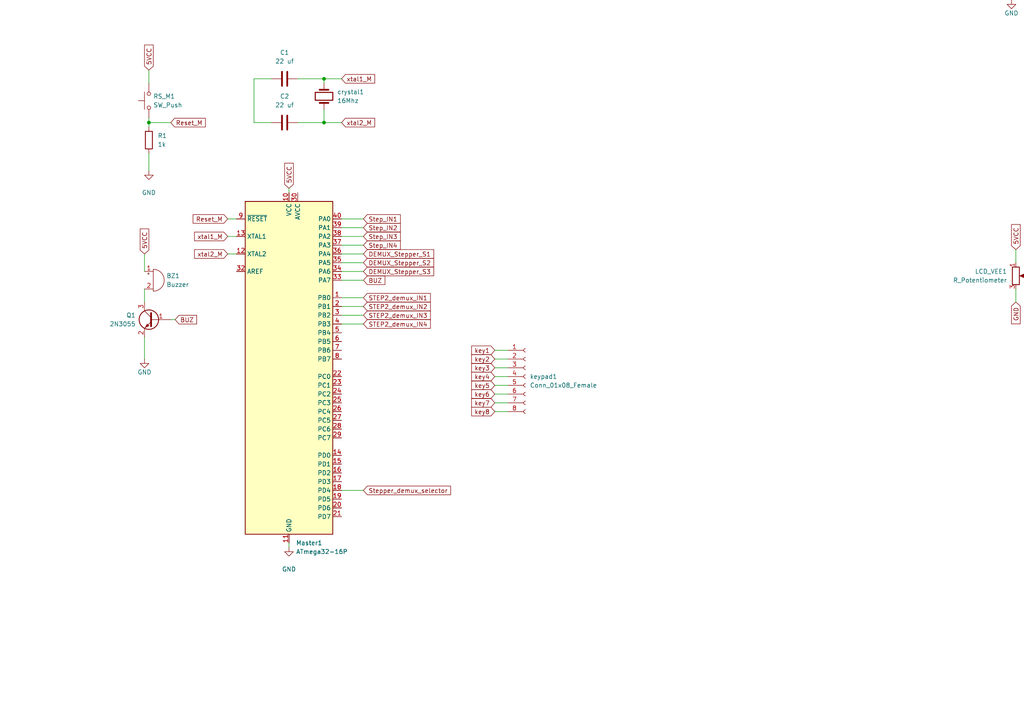
<source format=kicad_sch>
(kicad_sch (version 20211123) (generator eeschema)
  (paper "A4")
  (junction (at -119.38 54.61))
  (junction (at -33.02 196.85))
  (junction (at 420.37 162.56))
  (junction (at -124.46 143.51))
  (junction (at 327.66 157.48))
  (junction (at -114.3 54.61))
  (junction (at 93.98 35.56))
  (junction (at 327.66 149.86))
  (junction (at -33.02 97.79))
  (junction (at -127 143.51))
  (junction (at -116.84 54.61))
  (junction (at 332.74 44.45))
  (junction (at 43.18 35.56))
  (junction (at -121.92 143.51))
  (junction (at 330.2 101.6))
  (junction (at 425.45 162.56))
  (junction (at -33.02 44.45))
  (junction (at 325.12 214.63))
  (junction (at 93.98 22.86))
  (junction (at 422.91 162.56))
  (junction (at -33.02 147.32))
  (wire (pts (xy -44.45 26.67) (xy -43.18 26.67)))
  (wire (pts (xy 78.74 22.86) (xy 73.66 22.86)))
  (wire (pts (xy -44.45 24.13) (xy -43.18 24.13)))
  (wire (pts (xy -33.02 115.57) (xy -33.02 116.84)))
  (wire (pts (xy 363.22 24.13) (xy 360.68 24.13)))
  (wire (pts (xy 66.04 68.58) (xy 68.58 68.58)))
  (wire (pts (xy 327.66 157.48) (xy 340.36 157.48)))
  (wire (pts (xy 105.41 86.36) (xy 99.06 86.36)))
  (wire (pts (xy 294.64 83.82) (xy 294.64 87.63)))
  (wire (pts (xy 73.66 22.86) (xy 73.66 35.56)))
  (wire (pts (xy 485.14 135.89) (xy 487.68 135.89)))
  (wire (pts (xy 342.9 177.8) (xy 342.9 179.07)))
  (wire (pts (xy -22.86 77.47) (xy -25.4 77.47)))
  (wire (pts (xy -109.22 124.46) (xy -111.76 124.46)))
  (wire (pts (xy -127 143.51) (xy -124.46 143.51)))
  (wire (pts (xy 105.41 66.04) (xy 99.06 66.04)))
  (wire (pts (xy -22.86 72.39) (xy -25.4 72.39)))
  (wire (pts (xy 43.18 44.45) (xy 43.18 49.53)))
  (wire (pts (xy -44.45 82.55) (xy -43.18 82.55)))
  (wire (pts (xy 427.99 162.56) (xy 425.45 162.56)))
  (wire (pts (xy 322.58 129.54) (xy 330.2 129.54)))
  (wire (pts (xy -44.45 36.83) (xy -43.18 36.83)))
  (wire (pts (xy 436.88 138.43) (xy 435.61 138.43)))
  (wire (pts (xy 427.99 158.75) (xy 427.99 162.56)))
  (wire (pts (xy -44.45 179.07) (xy -43.18 179.07)))
  (wire (pts (xy 294.64 72.39) (xy 294.64 76.2)))
  (wire (pts (xy -44.45 129.54) (xy -43.18 129.54)))
  (wire (pts (xy 105.41 76.2) (xy 99.06 76.2)))
  (wire (pts (xy 436.88 143.51) (xy 435.61 143.51)))
  (wire (pts (xy -44.45 186.69) (xy -43.18 186.69)))
  (wire (pts (xy 43.18 35.56) (xy 49.53 35.56)))
  (wire (pts (xy 347.98 46.99) (xy 347.98 44.45)))
  (wire (pts (xy 43.18 20.32) (xy 43.18 24.13)))
  (wire (pts (xy -35.56 41.91) (xy -35.56 44.45)))
  (wire (pts (xy -33.02 99.06) (xy -33.02 97.79)))
  (wire (pts (xy 332.74 13.97) (xy 335.28 13.97)))
  (wire (pts (xy -33.02 147.32) (xy -33.02 144.78)))
  (wire (pts (xy -35.56 144.78) (xy -35.56 147.32)))
  (wire (pts (xy -119.38 143.51) (xy -121.92 143.51)))
  (wire (pts (xy -35.56 147.32) (xy -33.02 147.32)))
  (wire (pts (xy 50.8 92.71) (xy 49.53 92.71)))
  (wire (pts (xy -44.45 181.61) (xy -43.18 181.61)))
  (wire (pts (xy 292.1 -21.59) (xy 298.45 -21.59)))
  (wire (pts (xy -44.45 134.62) (xy -43.18 134.62)))
  (wire (pts (xy -121.92 54.61) (xy -119.38 54.61)))
  (wire (pts (xy 358.14 134.62) (xy 355.6 134.62)))
  (wire (pts (xy 420.37 162.56) (xy 422.91 162.56)))
  (wire (pts (xy 340.36 217.17) (xy 340.36 214.63)))
  (wire (pts (xy -33.02 44.45) (xy -33.02 41.91)))
  (wire (pts (xy -33.02 148.59) (xy -33.02 147.32)))
  (wire (pts (xy -165.1 41.91) (xy -160.02 41.91)))
  (wire (pts (xy -130.81 30.48) (xy -129.54 30.48)))
  (wire (pts (xy -44.45 74.93) (xy -43.18 74.93)))
  (wire (pts (xy -121.92 91.44) (xy -121.92 93.98)))
  (wire (pts (xy 420.37 158.75) (xy 420.37 162.56)))
  (wire (pts (xy 41.91 97.79) (xy 41.91 104.14)))
  (wire (pts (xy 143.51 101.6) (xy 147.32 101.6)))
  (wire (pts (xy 327.66 127) (xy 330.2 127)))
  (wire (pts (xy 487.68 148.59) (xy 483.87 148.59)))
  (wire (pts (xy -129.54 143.51) (xy -127 143.51)))
  (wire (pts (xy -33.02 198.12) (xy -33.02 196.85)))
  (wire (pts (xy 143.51 109.22) (xy 147.32 109.22)))
  (wire (pts (xy -111.76 54.61) (xy -114.3 54.61)))
  (wire (pts (xy 327.66 207.01) (xy 325.12 207.01)))
  (wire (pts (xy 425.45 158.75) (xy 425.45 162.56)))
  (wire (pts (xy 345.44 120.65) (xy 345.44 121.92)))
  (wire (pts (xy 294.64 -19.05) (xy 294.64 -17.78)))
  (wire (pts (xy -104.14 25.4) (xy -99.06 25.4)))
  (wire (pts (xy 410.21 148.59) (xy 402.59 148.59)))
  (wire (pts (xy -35.56 97.79) (xy -33.02 97.79)))
  (wire (pts (xy -165.1 39.37) (xy -161.29 39.37)))
  (wire (pts (xy 485.14 128.27) (xy 487.68 128.27)))
  (wire (pts (xy 327.66 134.62) (xy 330.2 134.62)))
  (wire (pts (xy 325.12 184.15) (xy 327.66 184.15)))
  (wire (pts (xy 332.74 44.45) (xy 345.44 44.45)))
  (wire (pts (xy -168.91 132.08) (xy -168.91 133.35)))
  (wire (pts (xy 93.98 35.56) (xy 99.06 35.56)))
  (wire (pts (xy -22.86 147.32) (xy -22.86 137.16)))
  (wire (pts (xy 43.18 34.29) (xy 43.18 35.56)))
  (wire (pts (xy 330.2 101.6) (xy 342.9 101.6)))
  (wire (pts (xy 355.6 194.31) (xy 353.06 194.31)))
  (wire (pts (xy -44.45 189.23) (xy -43.18 189.23)))
  (wire (pts (xy 83.82 158.75) (xy 83.82 157.48)))
  (wire (pts (xy -22.86 129.54) (xy -25.4 129.54)))
  (wire (pts (xy -22.86 196.85) (xy -22.86 186.69)))
  (wire (pts (xy 93.98 35.56) (xy 86.36 35.56)))
  (wire (pts (xy -44.45 139.7) (xy -43.18 139.7)))
  (wire (pts (xy -44.45 19.05) (xy -43.18 19.05)))
  (wire (pts (xy 436.88 123.19) (xy 435.61 123.19)))
  (wire (pts (xy 360.68 21.59) (xy 363.22 21.59)))
  (wire (pts (xy 358.14 137.16) (xy 355.6 137.16)))
  (wire (pts (xy 93.98 22.86) (xy 99.06 22.86)))
  (wire (pts (xy 105.41 63.5) (xy 99.06 63.5)))
  (wire (pts (xy 408.94 128.27) (xy 410.21 128.27)))
  (wire (pts (xy 487.68 151.13) (xy 482.6 151.13)))
  (wire (pts (xy -22.86 44.45) (xy -22.86 34.29)))
  (wire (pts (xy 143.51 104.14) (xy 147.32 104.14)))
  (wire (pts (xy -44.45 124.46) (xy -43.18 124.46)))
  (wire (pts (xy 66.04 63.5) (xy 68.58 63.5)))
  (wire (pts (xy -35.56 194.31) (xy -35.56 196.85)))
  (wire (pts (xy -44.45 184.15) (xy -43.18 184.15)))
  (wire (pts (xy 105.41 91.44) (xy 99.06 91.44)))
  (wire (pts (xy 347.98 64.77) (xy 347.98 66.04)))
  (wire (pts (xy -33.02 147.32) (xy -22.86 147.32)))
  (wire (pts (xy 350.52 7.62) (xy 350.52 8.89)))
  (wire (pts (xy -44.45 137.16) (xy -43.18 137.16)))
  (wire (pts (xy 93.98 22.86) (xy 93.98 24.13)))
  (wire (pts (xy -22.86 176.53) (xy -25.4 176.53)))
  (wire (pts (xy 105.41 142.24) (xy 99.06 142.24)))
  (wire (pts (xy -44.45 127) (xy -43.18 127)))
  (wire (pts (xy 485.14 133.35) (xy 487.68 133.35)))
  (wire (pts (xy -44.45 87.63) (xy -43.18 87.63)))
  (wire (pts (xy 408.94 143.51) (xy 410.21 143.51)))
  (wire (pts (xy 342.9 160.02) (xy 342.9 157.48)))
  (wire (pts (xy -130.81 15.24) (xy -129.54 15.24)))
  (wire (pts (xy 327.66 147.32) (xy 327.66 149.86)))
  (wire (pts (xy -44.45 176.53) (xy -43.18 176.53)))
  (wire (pts (xy 86.36 22.86) (xy 93.98 22.86)))
  (wire (pts (xy -119.38 50.8) (xy -119.38 54.61)))
  (wire (pts (xy -114.3 54.61) (xy -116.84 54.61)))
  (wire (pts (xy 436.88 128.27) (xy 435.61 128.27)))
  (wire (pts (xy 325.12 214.63) (xy 337.82 214.63)))
  (wire (pts (xy 327.66 149.86) (xy 327.66 157.48)))
  (wire (pts (xy 345.44 104.14) (xy 345.44 101.6)))
  (wire (pts (xy 355.6 191.77) (xy 353.06 191.77)))
  (wire (pts (xy -33.02 196.85) (xy -22.86 196.85)))
  (wire (pts (xy -101.6 15.24) (xy -104.14 15.24)))
  (wire (pts (xy -33.02 66.04) (xy -33.02 67.31)))
  (wire (pts (xy 325.12 207.01) (xy 325.12 214.63)))
  (wire (pts (xy -111.76 129.54) (xy -107.95 129.54)))
  (wire (pts (xy 293.37 -1.27) (xy 293.37 0)))
  (wire (pts (xy -44.45 77.47) (xy -43.18 77.47)))
  (wire (pts (xy -22.86 137.16) (xy -25.4 137.16)))
  (wire (pts (xy -22.86 171.45) (xy -25.4 171.45)))
  (wire (pts (xy -44.45 72.39) (xy -43.18 72.39)))
  (wire (pts (xy -22.86 179.07) (xy -25.4 179.07)))
  (wire (pts (xy -22.86 181.61) (xy -25.4 181.61)))
  (wire (pts (xy -33.02 97.79) (xy -33.02 95.25)))
  (wire (pts (xy -33.02 12.7) (xy -33.02 13.97)))
  (wire (pts (xy -127 92.71) (xy -127 93.98)))
  (wire (pts (xy 332.74 21.59) (xy 335.28 21.59)))
  (wire (pts (xy -139.7 109.22) (xy -137.16 109.22)))
  (wire (pts (xy -111.76 114.3) (xy -106.68 114.3)))
  (wire (pts (xy 485.14 130.81) (xy 487.68 130.81)))
  (wire (pts (xy -111.76 50.8) (xy -111.76 54.61)))
  (wire (pts (xy 143.51 111.76) (xy 147.32 111.76)))
  (wire (pts (xy -114.3 2.54) (xy -114.3 5.08)))
  (wire (pts (xy 93.98 31.75) (xy 93.98 35.56)))
  (wire (pts (xy 335.28 36.83) (xy 332.74 36.83)))
  (wire (pts (xy 410.21 133.35) (xy 402.59 133.35)))
  (wire (pts (xy -160.02 41.91) (xy -160.02 43.18)))
  (wire (pts (xy 105.41 68.58) (xy 99.06 68.58)))
  (wire (pts (xy -33.02 45.72) (xy -33.02 44.45)))
  (wire (pts (xy 73.66 35.56) (xy 78.74 35.56)))
  (wire (pts (xy 143.51 114.3) (xy 147.32 114.3)))
  (wire (pts (xy -109.22 119.38) (xy -111.76 119.38)))
  (wire (pts (xy -139.7 104.14) (xy -137.16 104.14)))
  (wire (pts (xy 417.83 158.75) (xy 417.83 162.56)))
  (wire (pts (xy 298.45 -19.05) (xy 294.64 -19.05)))
  (wire (pts (xy 330.2 93.98) (xy 330.2 101.6)))
  (wire (pts (xy 408.94 123.19) (xy 410.21 123.19)))
  (wire (pts (xy -22.86 97.79) (xy -22.86 87.63)))
  (wire (pts (xy 66.04 73.66) (xy 68.58 73.66)))
  (wire (pts (xy -119.38 54.61) (xy -116.84 54.61)))
  (wire (pts (xy -129.54 139.7) (xy -129.54 143.51)))
  (wire (pts (xy -109.22 104.14) (xy -111.76 104.14)))
  (wire (pts (xy 105.41 78.74) (xy 99.06 78.74)))
  (wire (pts (xy -121.92 139.7) (xy -121.92 143.51)))
  (wire (pts (xy 330.2 71.12) (xy 332.74 71.12)))
  (wire (pts (xy 293.37 -3.81) (xy 297.18 -3.81)))
  (wire (pts (xy -130.81 20.32) (xy -129.54 20.32)))
  (wire (pts (xy 43.18 35.56) (xy 43.18 36.83)))
  (wire (pts (xy 327.66 16.51) (xy 335.28 16.51)))
  (wire (pts (xy 425.45 111.76) (xy 425.45 113.03)))
  (wire (pts (xy -139.7 124.46) (xy -137.16 124.46)))
  (wire (pts (xy -101.6 35.56) (xy -104.14 35.56)))
  (wire (pts (xy -35.56 196.85) (xy -33.02 196.85)))
  (wire (pts (xy -121.92 50.8) (xy -121.92 54.61)))
  (wire (pts (xy 105.41 73.66) (xy 99.06 73.66)))
  (wire (pts (xy -22.86 19.05) (xy -25.4 19.05)))
  (wire (pts (xy -22.86 82.55) (xy -25.4 82.55)))
  (wire (pts (xy -33.02 196.85) (xy -33.02 194.31)))
  (wire (pts (xy -22.86 24.13) (xy -25.4 24.13)))
  (wire (pts (xy -44.45 80.01) (xy -43.18 80.01)))
  (wire (pts (xy -109.22 109.22) (xy -111.76 109.22)))
  (wire (pts (xy -22.86 29.21) (xy -25.4 29.21)))
  (wire (pts (xy -21.59 121.92) (xy -25.4 121.92)))
  (wire (pts (xy -33.02 97.79) (xy -22.86 97.79)))
  (wire (pts (xy 330.2 147.32) (xy 327.66 147.32)))
  (wire (pts (xy 105.41 88.9) (xy 99.06 88.9)))
  (wire (pts (xy -22.86 80.01) (xy -25.4 80.01)))
  (wire (pts (xy 143.51 119.38) (xy 147.32 119.38)))
  (wire (pts (xy 143.51 116.84) (xy 147.32 116.84)))
  (wire (pts (xy -22.86 186.69) (xy -25.4 186.69)))
  (wire (pts (xy 105.41 81.28) (xy 99.06 81.28)))
  (wire (pts (xy -44.45 121.92) (xy -43.18 121.92)))
  (wire (pts (xy -35.56 44.45) (xy -33.02 44.45)))
  (wire (pts (xy 41.91 83.82) (xy 41.91 87.63)))
  (wire (pts (xy -22.86 34.29) (xy -25.4 34.29)))
  (wire (pts (xy -119.38 139.7) (xy -119.38 143.51)))
  (wire (pts (xy -44.45 34.29) (xy -43.18 34.29)))
  (wire (pts (xy -44.45 90.17) (xy -43.18 90.17)))
  (wire (pts (xy -173.99 129.54) (xy -170.18 129.54)))
  (wire (pts (xy 330.2 78.74) (xy 332.74 78.74)))
  (wire (pts (xy 325.12 191.77) (xy 327.66 191.77)))
  (wire (pts (xy 41.91 73.66) (xy 41.91 78.74)))
  (wire (pts (xy -33.02 44.45) (xy -22.86 44.45)))
  (wire (pts (xy 297.18 -1.27) (xy 293.37 -1.27)))
  (wire (pts (xy 417.83 162.56) (xy 420.37 162.56)))
  (wire (pts (xy 360.68 81.28) (xy 358.14 81.28)))
  (wire (pts (xy -44.45 29.21) (xy -43.18 29.21)))
  (wire (pts (xy -22.86 87.63) (xy -25.4 87.63)))
  (wire (pts (xy -173.99 132.08) (xy -168.91 132.08)))
  (wire (pts (xy -114.3 50.8) (xy -114.3 54.61)))
  (wire (pts (xy -22.86 127) (xy -25.4 127)))
  (wire (pts (xy -101.6 30.48) (xy -104.14 30.48)))
  (wire (pts (xy -22.86 132.08) (xy -25.4 132.08)))
  (wire (pts (xy 105.41 93.98) (xy 99.06 93.98)))
  (wire (pts (xy -35.56 95.25) (xy -35.56 97.79)))
  (wire (pts (xy 332.74 36.83) (xy 332.74 44.45)))
  (wire (pts (xy 482.6 151.13) (xy 482.6 152.4)))
  (wire (pts (xy 332.74 93.98) (xy 330.2 93.98)))
  (wire (pts (xy -44.45 31.75) (xy -43.18 31.75)))
  (wire (pts (xy -44.45 21.59) (xy -43.18 21.59)))
  (wire (pts (xy -44.45 171.45) (xy -43.18 171.45)))
  (wire (pts (xy -130.81 35.56) (xy -129.54 35.56)))
  (wire (pts (xy -44.45 85.09) (xy -43.18 85.09)))
  (wire (pts (xy 143.51 106.68) (xy 147.32 106.68)))
  (wire (pts (xy 105.41 71.12) (xy 99.06 71.12)))
  (wire (pts (xy 420.37 110.49) (xy 420.37 113.03)))
  (wire (pts (xy -44.45 132.08) (xy -43.18 132.08)))
  (wire (pts (xy 360.68 78.74) (xy 358.14 78.74)))
  (wire (pts (xy 83.82 54.61) (xy 83.82 55.88)))
  (wire (pts (xy -22.86 26.67) (xy -25.4 26.67)))
  (wire (pts (xy 425.45 162.56) (xy 422.91 162.56)))
  (wire (pts (xy -139.7 119.38) (xy -137.16 119.38)))
  (wire (pts (xy -119.38 3.81) (xy -119.38 5.08)))
  (wire (pts (xy -127 139.7) (xy -127 143.51)))
  (wire (pts (xy 408.94 138.43) (xy 410.21 138.43)))
  (wire (pts (xy -121.92 143.51) (xy -124.46 143.51)))
  (wire (pts (xy 330.2 149.86) (xy 327.66 149.86)))
  (wire (pts (xy 325.12 73.66) (xy 332.74 73.66)))
  (wire (pts (xy -101.6 20.32) (xy -104.14 20.32)))
  (wire (pts (xy -44.45 173.99) (xy -43.18 173.99)))
  (wire (pts (xy -104.14 40.64) (xy -100.33 40.64)))
  (wire (pts (xy -33.02 165.1) (xy -33.02 166.37)))
  (wire (pts (xy 320.04 186.69) (xy 327.66 186.69)))
  (global_label "12VCC" (shape input) (at 483.87 148.59 180) (property "Intersheet References" "${INTERSHEET_REFS}" (effects hide)))
  (global_label "cut_out4" (shape input) (at -173.99 111.76 0) (property "Intersheet References" "${INTERSHEET_REFS}" (effects hide)))
  (global_label "cut_IN1" (shape input) (at -109.22 104.14 0) (property "Intersheet References" "${INTERSHEET_REFS}" (effects hide)))
  (global_label "Stepper_demux_selector" (shape input) (at 105.41 142.24 0) (property "Intersheet References" "${INTERSHEET_REFS}" (effects hide)))
  (global_label "Pri_IN2" (shape input) (at -44.45 124.46 180) (property "Intersheet References" "${INTERSHEET_REFS}" (effects hide)))
  (global_label "Bobbin_IN3" (shape input) (at -44.45 72.39 180) (property "Intersheet References" "${INTERSHEET_REFS}" (effects hide)))
  (global_label "DEMUX_Stepper_S1" (shape input) (at -22.86 127 0) (property "Intersheet References" "${INTERSHEET_REFS}" (effects hide)))
  (global_label "5VCC" (shape input) (at 402.59 148.59 180) (property "Intersheet References" "${INTERSHEET_REFS}" (effects hide)))
  (global_label "5VCC" (shape input) (at -100.33 40.64 0) (property "Intersheet References" "${INTERSHEET_REFS}" (effects hide)))
  (global_label "cutROT_out3" (shape input) (at 436.88 138.43 0) (property "Intersheet References" "${INTERSHEET_REFS}" (effects hide)))
  (global_label "Step_IN4" (shape input) (at 105.41 71.12 0) (property "Intersheet References" "${INTERSHEET_REFS}" (effects hide)))
  (global_label "5VCC" (shape input) (at 402.59 133.35 180) (property "Intersheet References" "${INTERSHEET_REFS}" (effects hide)))
  (global_label "12VCC" (shape input) (at -161.29 39.37 0) (property "Intersheet References" "${INTERSHEET_REFS}" (effects hide)))
  (global_label "Step_IN4" (shape input) (at -22.86 19.05 0) (property "Intersheet References" "${INTERSHEET_REFS}" (effects hide)))
  (global_label "5VCC" (shape input) (at 342.9 160.02 270) (property "Intersheet References" "${INTERSHEET_REFS}" (effects hide)))
  (global_label "BUZ" (shape input) (at 105.41 81.28 0) (property "Intersheet References" "${INTERSHEET_REFS}" (effects hide)))
  (global_label "5VCC" (shape input) (at 420.37 110.49 90) (property "Intersheet References" "${INTERSHEET_REFS}" (effects hide)))
  (global_label "Tape1_IN2" (shape input) (at -44.45 129.54 180) (property "Intersheet References" "${INTERSHEET_REFS}" (effects hide)))
  (global_label "Bobbin_OUT4" (shape input) (at -165.1 27.94 0) (property "Intersheet References" "${INTERSHEET_REFS}" (effects hide)))
  (global_label "TAPR_IN1" (shape input) (at -44.45 184.15 180) (property "Intersheet References" "${INTERSHEET_REFS}" (effects hide)))
  (global_label "STEP2_demux_IN2" (shape input) (at 330.2 78.74 180) (property "Intersheet References" "${INTERSHEET_REFS}" (effects hide)))
  (global_label "Bobbin_IN2" (shape input) (at -101.6 20.32 0) (property "Intersheet References" "${INTERSHEET_REFS}" (effects hide)))
  (global_label "Bobbin_IN1" (shape input) (at -44.45 171.45 180) (property "Intersheet References" "${INTERSHEET_REFS}" (effects hide)))
  (global_label "Step_IN3" (shape input) (at 105.41 68.58 0) (property "Intersheet References" "${INTERSHEET_REFS}" (effects hide)))
  (global_label "Reset_M" (shape input) (at 66.04 63.5 180) (property "Intersheet References" "${INTERSHEET_REFS}" (effects hide)))
  (global_label "12VCC" (shape input) (at -127 92.71 90) (property "Intersheet References" "${INTERSHEET_REFS}" (effects hide)))
  (global_label "TAPM_IN1" (shape input) (at -44.45 186.69 180) (property "Intersheet References" "${INTERSHEET_REFS}" (effects hide)))
  (global_label "Tape2_IN1" (shape input) (at -44.45 181.61 180) (property "Intersheet References" "${INTERSHEET_REFS}" (effects hide)))
  (global_label "cutROT_out1" (shape input) (at 485.14 128.27 180) (property "Intersheet References" "${INTERSHEET_REFS}" (effects hide)))
  (global_label "cutROT_in_4" (shape input) (at 355.6 191.77 0) (property "Intersheet References" "${INTERSHEET_REFS}" (effects hide)))
  (global_label "cutROT_in_2" (shape input) (at 360.68 78.74 0) (property "Intersheet References" "${INTERSHEET_REFS}" (effects hide)))
  (global_label "DEMUX_Stepper_S1" (shape input) (at 105.41 73.66 0) (property "Intersheet References" "${INTERSHEET_REFS}" (effects hide)))
  (global_label "cut_out2" (shape input) (at -139.7 109.22 180) (property "Intersheet References" "${INTERSHEET_REFS}" (effects hide)))
  (global_label "Tape1_IN1" (shape input) (at -44.45 179.07 180) (property "Intersheet References" "${INTERSHEET_REFS}" (effects hide)))
  (global_label "Bobbin_IN1" (shape input) (at -101.6 15.24 0) (property "Intersheet References" "${INTERSHEET_REFS}" (effects hide)))
  (global_label "5VCC" (shape input) (at -114.3 2.54 90) (property "Intersheet References" "${INTERSHEET_REFS}" (effects hide)))
  (global_label "12VCC" (shape input) (at -170.18 129.54 0) (property "Intersheet References" "${INTERSHEET_REFS}" (effects hide)))
  (global_label "DEMUX_Stepper_S2" (shape input) (at 105.41 76.2 0) (property "Intersheet References" "${INTERSHEET_REFS}" (effects hide)))
  (global_label "xtal1_M" (shape input) (at 66.04 68.58 180) (property "Intersheet References" "${INTERSHEET_REFS}" (effects hide)))
  (global_label "5VCC" (shape input) (at -99.06 25.4 0) (property "Intersheet References" "${INTERSHEET_REFS}" (effects hide)))
  (global_label "TAPM_IN4" (shape input) (at -44.45 34.29 180) (property "Intersheet References" "${INTERSHEET_REFS}" (effects hide)))
  (global_label "Stepper_demux_selector" (shape input) (at 330.2 71.12 180) (property "Intersheet References" "${INTERSHEET_REFS}" (effects hide)))
  (global_label "cut_IN2" (shape input) (at -109.22 109.22 0) (property "Intersheet References" "${INTERSHEET_REFS}" (effects hide)))
  (global_label "5VCC" (shape input) (at -106.68 114.3 0) (property "Intersheet References" "${INTERSHEET_REFS}" (effects hide)))
  (global_label "Step_IN3" (shape input) (at -22.86 72.39 0) (property "Intersheet References" "${INTERSHEET_REFS}" (effects hide)))
  (global_label "cutROT_in_2" (shape input) (at 408.94 128.27 180) (property "Intersheet References" "${INTERSHEET_REFS}" (effects hide)))
  (global_label "STEP2_demux_IN4" (shape input) (at 325.12 191.77 180) (property "Intersheet References" "${INTERSHEET_REFS}" (effects hide)))
  (global_label "xtal2_M" (shape input) (at 66.04 73.66 180) (property "Intersheet References" "${INTERSHEET_REFS}" (effects hide)))
  (global_label "cutROT_out1" (shape input) (at 436.88 123.19 0) (property "Intersheet References" "${INTERSHEET_REFS}" (effects hide)))
  (global_label "Bobbin_IN2" (shape input) (at -44.45 121.92 180) (property "Intersheet References" "${INTERSHEET_REFS}" (effects hide)))
  (global_label "cut_out3" (shape input) (at -139.7 119.38 180) (property "Intersheet References" "${INTERSHEET_REFS}" (effects hide)))
  (global_label "Tape1_IN3" (shape input) (at -44.45 80.01 180) (property "Intersheet References" "${INTERSHEET_REFS}" (effects hide)))
  (global_label "Sec_IN4" (shape input) (at -44.45 24.13 180) (property "Intersheet References" "${INTERSHEET_REFS}" (effects hide)))
  (global_label "key3" (shape input) (at 143.51 106.68 180) (property "Intersheet References" "${INTERSHEET_REFS}" (effects hide)))
  (global_label "cut_out2" (shape input) (at -173.99 106.68 0) (property "Intersheet References" "${INTERSHEET_REFS}" (effects hide)))
  (global_label "Pri_IN3" (shape input) (at -44.45 74.93 180) (property "Intersheet References" "${INTERSHEET_REFS}" (effects hide)))
  (global_label "Tape2_IN3" (shape input) (at -44.45 82.55 180) (property "Intersheet References" "${INTERSHEET_REFS}" (effects hide)))
  (global_label "cutROT_out4" (shape input) (at 436.88 143.51 0) (property "Intersheet References" "${INTERSHEET_REFS}" (effects hide)))
  (global_label "5VCC" (shape input) (at 345.44 104.14 270) (property "Intersheet References" "${INTERSHEET_REFS}" (effects hide)))
  (global_label "Step_IN2" (shape input) (at 105.41 66.04 0) (property "Intersheet References" "${INTERSHEET_REFS}" (effects hide)))
  (global_label "cutROT_in_1" (shape input) (at 408.94 123.19 180) (property "Intersheet References" "${INTERSHEET_REFS}" (effects hide)))
  (global_label "cut_IN2" (shape input) (at -44.45 139.7 180) (property "Intersheet References" "${INTERSHEET_REFS}" (effects hide)))
  (global_label "5VCC" (shape input) (at -33.02 12.7 90) (property "Intersheet References" "${INTERSHEET_REFS}" (effects hide)))
  (global_label "TAPR_IN4" (shape input) (at -44.45 31.75 180) (property "Intersheet References" "${INTERSHEET_REFS}" (effects hide)))
  (global_label "5VCC" (shape input) (at 43.18 20.32 90) (property "Intersheet References" "${INTERSHEET_REFS}" (effects hide)))
  (global_label "Pri_IN1" (shape input) (at -44.45 173.99 180) (property "Intersheet References" "${INTERSHEET_REFS}" (effects hide)))
  (global_label "STEP2_demux_IN4" (shape input) (at 105.41 93.98 0) (property "Intersheet References" "${INTERSHEET_REFS}" (effects hide)))
  (global_label "12VCC" (shape input) (at 293.37 -3.81 180) (property "Intersheet References" "${INTERSHEET_REFS}" (effects hide)))
  (global_label "5VCC" (shape input) (at 347.98 64.77 90) (property "Intersheet References" "${INTERSHEET_REFS}" (effects hide)))
  (global_label "Stepper_demux_selector" (shape input) (at 332.74 13.97 180) (property "Intersheet References" "${INTERSHEET_REFS}" (effects hide)))
  (global_label "Stepper_demux_selector" (shape input) (at 327.66 127 180) (property "Intersheet References" "${INTERSHEET_REFS}" (effects hide)))
  (global_label "Sec_IN3" (shape input) (at -44.45 77.47 180) (property "Intersheet References" "${INTERSHEET_REFS}" (effects hide)))
  (global_label "5VCC" (shape input) (at 292.1 -21.59 180) (property "Intersheet References" "${INTERSHEET_REFS}" (effects hide)))
  (global_label "cutROT_out3" (shape input) (at 485.14 133.35 180) (property "Intersheet References" "${INTERSHEET_REFS}" (effects hide)))
  (global_label "Step_IN1" (shape input) (at -22.86 171.45 0) (property "Intersheet References" "${INTERSHEET_REFS}" (effects hide)))
  (global_label "TAPR_IN3" (shape input) (at -44.45 85.09 180) (property "Intersheet References" "${INTERSHEET_REFS}" (effects hide)))
  (global_label "Bobbin_OUT1" (shape input) (at -130.81 15.24 180) (property "Intersheet References" "${INTERSHEET_REFS}" (effects hide)))
  (global_label "cutROT_in_3" (shape input) (at 408.94 138.43 180) (property "Intersheet References" "${INTERSHEET_REFS}" (effects hide)))
  (global_label "5VCC" (shape input) (at -121.92 91.44 90) (property "Intersheet References" "${INTERSHEET_REFS}" (effects hide)))
  (global_label "DEMUX_Stepper_S1" (shape input) (at -22.86 77.47 0) (property "Intersheet References" "${INTERSHEET_REFS}" (effects hide)))
  (global_label "Tape2_IN4" (shape input) (at -44.45 29.21 180) (property "Intersheet References" "${INTERSHEET_REFS}" (effects hide)))
  (global_label "cut_out1" (shape input) (at -139.7 104.14 180) (property "Intersheet References" "${INTERSHEET_REFS}" (effects hide)))
  (global_label "DEMUX_Stepper_S2" (shape input) (at -22.86 26.67 0) (property "Intersheet References" "${INTERSHEET_REFS}" (effects hide)))
  (global_label "DEMUX_Stepper_S3" (shape input) (at -22.86 132.08 0) (property "Intersheet References" "${INTERSHEET_REFS}" (effects hide)))
  (global_label "5VCC" (shape input) (at 342.9 177.8 90) (property "Intersheet References" "${INTERSHEET_REFS}" (effects hide)))
  (global_label "xtal1_M" (shape input) (at 99.06 22.86 0) (property "Intersheet References" "${INTERSHEET_REFS}" (effects hide)))
  (global_label "5VCC" (shape input) (at 347.98 46.99 270) (property "Intersheet References" "${INTERSHEET_REFS}" (effects hide)))
  (global_label "cut_out4" (shape input) (at -139.7 124.46 180) (property "Intersheet References" "${INTERSHEET_REFS}" (effects hide)))
  (global_label "5VCC" (shape input) (at -33.02 66.04 90) (property "Intersheet References" "${INTERSHEET_REFS}" (effects hide)))
  (global_label "TAPM_IN3" (shape input) (at -44.45 87.63 180) (property "Intersheet References" "${INTERSHEET_REFS}" (effects hide)))
  (global_label "Step_IN2" (shape input) (at -21.59 121.92 0) (property "Intersheet References" "${INTERSHEET_REFS}" (effects hide)))
  (global_label "DEMUX_Stepper_S2" (shape input) (at -22.86 80.01 0) (property "Intersheet References" "${INTERSHEET_REFS}" (effects hide)))
  (global_label "cut_IN4" (shape input) (at -44.45 36.83 180) (property "Intersheet References" "${INTERSHEET_REFS}" (effects hide)))
  (global_label "xtal2_M" (shape input) (at 99.06 35.56 0) (property "Intersheet References" "${INTERSHEET_REFS}" (effects hide)))
  (global_label "5VCC" (shape input) (at 41.91 73.66 90) (property "Intersheet References" "${INTERSHEET_REFS}" (effects hide)))
  (global_label "TAPM_IN2" (shape input) (at -44.45 137.16 180) (property "Intersheet References" "${INTERSHEET_REFS}" (effects hide)))
  (global_label "DEMUX_Stepper_S3" (shape input) (at -22.86 29.21 0) (property "Intersheet References" "${INTERSHEET_REFS}" (effects hide)))
  (global_label "STEP2_demux_IN1" (shape input) (at 105.41 86.36 0) (property "Intersheet References" "${INTERSHEET_REFS}" (effects hide)))
  (global_label "DEMUX_Stepper_S2" (shape input) (at -22.86 179.07 0) (property "Intersheet References" "${INTERSHEET_REFS}" (effects hide)))
  (global_label "5VCC" (shape input) (at 340.36 217.17 270) (property "Intersheet References" "${INTERSHEET_REFS}" (effects hide)))
  (global_label "Stepper_demux_selector" (shape input) (at 325.12 184.15 180) (property "Intersheet References" "${INTERSHEET_REFS}" (effects hide)))
  (global_label "cutROT_in_4" (shape input) (at 408.94 143.51 180) (property "Intersheet References" "${INTERSHEET_REFS}" (effects hide)))
  (global_label "Bobbin_OUT4" (shape input) (at -130.81 35.56 180) (property "Intersheet References" "${INTERSHEET_REFS}" (effects hide)))
  (global_label "cut_IN1" (shape input) (at -44.45 189.23 180) (property "Intersheet References" "${INTERSHEET_REFS}" (effects hide)))
  (global_label "key2" (shape input) (at 143.51 104.14 180) (property "Intersheet References" "${INTERSHEET_REFS}" (effects hide)))
  (global_label "key7" (shape input) (at 143.51 116.84 180) (property "Intersheet References" "${INTERSHEET_REFS}" (effects hide)))
  (global_label "5VCC" (shape input) (at -33.02 165.1 90) (property "Intersheet References" "${INTERSHEET_REFS}" (effects hide)))
  (global_label "key6" (shape input) (at 143.51 114.3 180) (property "Intersheet References" "${INTERSHEET_REFS}" (effects hide)))
  (global_label "Bobbin_OUT1" (shape input) (at -165.1 20.32 0) (property "Intersheet References" "${INTERSHEET_REFS}" (effects hide)))
  (global_label "5VCC" (shape input) (at -33.02 115.57 90) (property "Intersheet References" "${INTERSHEET_REFS}" (effects hide)))
  (global_label "cutROT_in_1" (shape input) (at 363.22 21.59 0) (property "Intersheet References" "${INTERSHEET_REFS}" (effects hide)))
  (global_label "TAPR_IN2" (shape input) (at -44.45 134.62 180) (property "Intersheet References" "${INTERSHEET_REFS}" (effects hide)))
  (global_label "Bobbin_IN4" (shape input) (at -101.6 35.56 0) (property "Intersheet References" "${INTERSHEET_REFS}" (effects hide)))
  (global_label "cutROT_in_3" (shape input) (at 358.14 134.62 0) (property "Intersheet References" "${INTERSHEET_REFS}" (effects hide)))
  (global_label "5VCC" (shape input) (at 83.82 54.61 90) (property "Intersheet References" "${INTERSHEET_REFS}" (effects hide)))
  (global_label "cutROT_out4" (shape input) (at 485.14 135.89 180) (property "Intersheet References" "${INTERSHEET_REFS}" (effects hide)))
  (global_label "DEMUX_Stepper_S3" (shape input) (at -22.86 181.61 0) (property "Intersheet References" "${INTERSHEET_REFS}" (effects hide)))
  (global_label "Reset_M" (shape input) (at 49.53 35.56 0) (property "Intersheet References" "${INTERSHEET_REFS}" (effects hide)))
  (global_label "key1" (shape input) (at 143.51 101.6 180) (property "Intersheet References" "${INTERSHEET_REFS}" (effects hide)))
  (global_label "DEMUX_Stepper_S2" (shape input) (at -22.86 129.54 0) (property "Intersheet References" "${INTERSHEET_REFS}" (effects hide)))
  (global_label "STEP2_demux_IN2" (shape input) (at 105.41 88.9 0) (property "Intersheet References" "${INTERSHEET_REFS}" (effects hide)))
  (global_label "cut_out3" (shape input) (at -173.99 109.22 0) (property "Intersheet References" "${INTERSHEET_REFS}" (effects hide)))
  (global_label "Sec_IN2" (shape input) (at -44.45 127 180) (property "Intersheet References" "${INTERSHEET_REFS}" (effects hide)))
  (global_label "Bobbin_IN3" (shape input) (at -101.6 30.48 0) (property "Intersheet References" "${INTERSHEET_REFS}" (effects hide)))
  (global_label "5VCC" (shape input) (at 350.52 7.62 90) (property "Intersheet References" "${INTERSHEET_REFS}" (effects hide)))
  (global_label "STEP2_demux_IN1" (shape input) (at 332.74 21.59 180) (property "Intersheet References" "${INTERSHEET_REFS}" (effects hide)))
  (global_label "Bobbin_OUT2" (shape input) (at -130.81 20.32 180) (property "Intersheet References" "${INTERSHEET_REFS}" (effects hide)))
  (global_label "cut_IN3" (shape input) (at -44.45 90.17 180) (property "Intersheet References" "${INTERSHEET_REFS}" (effects hide)))
  (global_label "Bobbin_OUT3" (shape input) (at -130.81 30.48 180) (property "Intersheet References" "${INTERSHEET_REFS}" (effects hide)))
  (global_label "12VCC" (shape input) (at 425.45 111.76 90) (property "Intersheet References" "${INTERSHEET_REFS}" (effects hide)))
  (global_label "12VCC" (shape input) (at -119.38 3.81 90) (property "Intersheet References" "${INTERSHEET_REFS}" (effects hide)))
  (global_label "GND" (shape input) (at 294.64 87.63 270) (property "Intersheet References" "${INTERSHEET_REFS}" (effects hide)))
  (global_label "cutROT_out2" (shape input) (at 485.14 130.81 180) (property "Intersheet References" "${INTERSHEET_REFS}" (effects hide)))
  (global_label "BUZ" (shape input) (at 50.8 92.71 0) (property "Intersheet References" "${INTERSHEET_REFS}" (effects hide)))
  (global_label "Sec_IN1" (shape input) (at -44.45 176.53 180) (property "Intersheet References" "${INTERSHEET_REFS}" (effects hide)))
  (global_label "Tape1_IN4" (shape input) (at -44.45 26.67 180) (property "Intersheet References" "${INTERSHEET_REFS}" (effects hide)))
  (global_label "key8" (shape input) (at 143.51 119.38 180) (property "Intersheet References" "${INTERSHEET_REFS}" (effects hide)))
  (global_label "cut_IN3" (shape input) (at -109.22 119.38 0) (property "Intersheet References" "${INTERSHEET_REFS}" (effects hide)))
  (global_label "DEMUX_Stepper_S3" (shape input) (at -22.86 82.55 0) (property "Intersheet References" "${INTERSHEET_REFS}" (effects hide)))
  (global_label "cut_out1" (shape input) (at -173.99 104.14 0) (property "Intersheet References" "${INTERSHEET_REFS}" (effects hide)))
  (global_label "DEMUX_Stepper_S1" (shape input) (at -22.86 176.53 0) (property "Intersheet References" "${INTERSHEET_REFS}" (effects hide)))
  (global_label "STEP2_demux_IN3" (shape input) (at 105.41 91.44 0) (property "Intersheet References" "${INTERSHEET_REFS}" (effects hide)))
  (global_label "Tape2_IN2" (shape input) (at -44.45 132.08 180) (property "Intersheet References" "${INTERSHEET_REFS}" (effects hide)))
  (global_label "DEMUX_Stepper_S1" (shape input) (at -22.86 24.13 0) (property "Intersheet References" "${INTERSHEET_REFS}" (effects hide)))
  (global_label "STEP2_demux_IN3" (shape input) (at 327.66 134.62 180) (property "Intersheet References" "${INTERSHEET_REFS}" (effects hide)))
  (global_label "DEMUX_Stepper_S3" (shape input) (at 105.41 78.74 0) (property "Intersheet References" "${INTERSHEET_REFS}" (effects hide)))
  (global_label "5VCC" (shape input) (at -107.95 129.54 0) (property "Intersheet References" "${INTERSHEET_REFS}" (effects hide)))
  (global_label "key4" (shape input) (at 143.51 109.22 180) (property "Intersheet References" "${INTERSHEET_REFS}" (effects hide)))
  (global_label "key5" (shape input) (at 143.51 111.76 180) (property "Intersheet References" "${INTERSHEET_REFS}" (effects hide)))
  (global_label "cutROT_out2" (shape input) (at 436.88 128.27 0) (property "Intersheet References" "${INTERSHEET_REFS}" (effects hide)))
  (global_label "5VCC" (shape input) (at 345.44 120.65 90) (property "Intersheet References" "${INTERSHEET_REFS}" (effects hide)))
  (global_label "Pri_IN4" (shape input) (at -44.45 21.59 180) (property "Intersheet References" "${INTERSHEET_REFS}" (effects hide)))
  (global_label "cut_IN4" (shape input) (at -109.22 124.46 0) (property "Intersheet References" "${INTERSHEET_REFS}" (effects hide)))
  (global_label "Bobbin_OUT2" (shape input) (at -165.1 22.86 0) (property "Intersheet References" "${INTERSHEET_REFS}" (effects hide)))
  (global_label "Bobbin_OUT3" (shape input) (at -165.1 25.4 0) (property "Intersheet References" "${INTERSHEET_REFS}" (effects hide)))
  (global_label "Step_IN1" (shape input) (at 105.41 63.5 0) (property "Intersheet References" "${INTERSHEET_REFS}" (effects hide)))
  (global_label "5VCC" (shape input) (at 294.64 72.39 90) (property "Intersheet References" "${INTERSHEET_REFS}" (effects hide)))
  (global_label "Bobbin_IN4" (shape input) (at -44.45 19.05 180) (property "Intersheet References" "${INTERSHEET_REFS}" (effects hide)))
  (global_label "VEE" (shape input) (at 298.45 80.01 0) (property "Intersheet References" "${INTERSHEET_REFS}" (effects hide)))
  (symbol (lib_id "power:GND") (at 422.91 162.56 0) (unit 1)
    (property "Reference" "#PWR040" (effects hide))
    (property "Value" "GND" (at 422.91 167.64 0))
  )
  (symbol (lib_id "Driver_Motor:L293D") (at -124.46 119.38 0) (mirror y) (unit 1)
    (property "Reference" "L293D8" (at -129.54 92.71 0) (effects (justify left)))
    (property "Value" "L293D" (at -129.0194 93.98 0) (effects (justify left)))
    (property "Footprint" "Package_DIP:DIP-16_W7.62mm" (effects hide))
    (property "Datasheet" "http://www.ti.com/lit/ds/symlink/l293.pdf" (effects hide))
  )
  (symbol (lib_id "Device:C") (at 82.55 35.56 90) (unit 1)
    (property "Reference" "C2" (at 82.55 27.94 90))
    (property "Value" "22 uf" (at 82.55 30.48 90))
    (property "Footprint" "Capacitor_THT:C_Disc_D11.0mm_W5.0mm_P7.50mm" (effects hide))
  )
  (symbol (lib_id "power:GND") (at 325.12 214.63 0) (unit 1)
    (property "Reference" "#PWR033" (effects hide))
    (property "Value" "GND" (at 325.12 220.98 0))
  )
  (symbol (lib_id "power:GND") (at 325.12 73.66 0) (unit 1)
    (property "Reference" "#PWR032" (effects hide))
    (property "Value" "GND" (at 327.66 74.9299 0) (effects (justify left)))
  )
  (symbol (lib_id "power:GND") (at 293.37 0 0) (unit 1)
    (property "Reference" "#PWR038" (effects hide))
    (property "Value" "GND" (at 293.37 3.81 0))
  )
  (symbol (lib_id "power:GND") (at -33.02 99.06 0) (mirror y) (unit 1)
    (property "Reference" "#PWR018" (effects hide))
    (property "Value" "GND" (at -33.02 104.14 0))
  )
  (symbol (lib_id "power:GND") (at 41.91 104.14 0) (unit 1)
    (property "Reference" "#PWR021" (effects hide))
    (property "Value" "GND" (at 41.91 107.95 0))
  )
  (symbol (lib_id "power:GND") (at -33.02 148.59 0) (mirror y) (unit 1)
    (property "Reference" "#PWR019" (effects hide))
    (property "Value" "GND" (at -33.02 153.67 0))
  )
  (symbol (lib_id "Device:C") (at 82.55 22.86 90) (unit 1)
    (property "Reference" "C1" (at 82.55 15.24 90))
    (property "Value" "22 uf" (at 82.55 17.78 90))
    (property "Footprint" "Capacitor_THT:C_Disc_D11.0mm_W5.0mm_P7.50mm" (effects hide))
  )
  (symbol (lib_id "Device:Crystal") (at 93.98 27.94 90) (mirror x) (unit 1)
    (property "Reference" "crystal1" (at 97.79 26.6699 90) (effects (justify right)))
    (property "Value" "16Mhz" (at 97.79 29.2099 90) (effects (justify right)))
    (property "Footprint" "Crystal:Crystal_HC49-4H_Vertical" (effects hide))
  )
  (symbol (lib_id "Device:R") (at 43.18 40.64 0) (unit 1)
    (property "Reference" "R1" (at 45.72 39.3699 0) (effects (justify left)))
    (property "Value" "1k" (at 45.72 41.9099 0) (effects (justify left)))
    (property "Footprint" "Resistor_THT:R_Axial_DIN0204_L3.6mm_D1.6mm_P5.08mm_Horizontal" (effects hide))
  )
  (symbol (lib_id "Connector:Screw_Terminal_01x02") (at -179.07 129.54 0) (mirror y) (unit 1)
    (property "Reference" "J8" (at -179.07 123.19 0))
    (property "Value" "Screw_Terminal_01x02" (at -179.07 125.73 0))
    (property "Footprint" "TerminalBlock_Phoenix:TerminalBlock_Phoenix_MKDS-1,5-2-5.08_1x02_P5.08mm_Horizontal" (effects hide))
  )
  (symbol (lib_id "Switch:SW_Push") (at 43.18 29.21 90) (unit 1)
    (property "Reference" "RS_M1" (at 44.45 27.9399 90) (effects (justify right)))
    (property "Value" "SW_Push" (at 44.45 30.4799 90) (effects (justify right)))
    (property "Footprint" "Button_Switch_THT:SW_PUSH_6mm_H7.3mm" (effects hide))
  )
  (symbol (lib_id "power:GND") (at 327.66 157.48 0) (unit 1)
    (property "Reference" "#PWR035" (effects hide))
    (property "Value" "GND" (at 327.66 163.83 0))
  )
  (symbol (lib_id "74xx:74HCT4051") (at -33.02 179.07 0) (mirror y) (unit 1)
    (property "Reference" "74HC4051_4" (at -31.75 163.83 0) (effects (justify right)))
    (property "Value" "74HCT4051" (at -32.4994 166.37 0) (effects (justify right)))
    (property "Footprint" "Package_DIP:DIP-16_W7.62mm" (effects hide))
    (property "Datasheet" "http://www.ti.com/lit/ds/symlink/cd74hct4051.pdf" (effects hide))
  )
  (symbol (lib_id "power:GND") (at 332.74 44.45 0) (unit 1)
    (property "Reference" "#PWR037" (effects hide))
    (property "Value" "GND" (at 332.74 50.8 0))
  )
  (symbol (lib_id "74xx:74HCT4051") (at -33.02 80.01 0) (mirror y) (unit 1)
    (property "Reference" "74HC4051_2" (at -31.75 64.77 0) (effects (justify right)))
    (property "Value" "74HCT4051" (at -32.4994 67.31 0) (effects (justify right)))
    (property "Footprint" "Package_DIP:DIP-16_W7.62mm" (effects hide))
    (property "Datasheet" "http://www.ti.com/lit/ds/symlink/cd74hct4051.pdf" (effects hide))
  )
  (symbol (lib_id "Mechanical:MountingHole") (at -147.32 -50.8 0) (unit 1)
    (property "Reference" "H1" (at -144.78 -52.0701 0) (effects (justify left)))
    (property "Value" "MountingHole" (at -144.78 -49.5301 0) (effects (justify left)))
    (property "Footprint" "MountingHole:MountingHole_5mm" (effects hide))
  )
  (symbol (lib_id "Driver_Motor:L293D") (at 422.91 138.43 0) (unit 1)
    (property "Reference" "L293D9" (at 427.99 111.76 0) (effects (justify left)))
    (property "Value" "L293D" (at 427.4694 113.03 0) (effects (justify left)))
    (property "Footprint" "Package_DIP:DIP-16_W7.62mm" (effects hide))
    (property "Datasheet" "http://www.ti.com/lit/ds/symlink/l293.pdf" (effects hide))
  )
  (symbol (lib_id "Mechanical:MountingHole") (at -78.74 -50.8 0) (unit 1)
    (property "Reference" "H3" (at -76.2 -52.0701 0) (effects (justify left)))
    (property "Value" "MountingHole" (at -76.2 -49.5301 0) (effects (justify left)))
    (property "Footprint" "MountingHole:MountingHole_5mm" (effects hide))
  )
  (symbol (lib_id "74xx:74HCT4051") (at -33.02 129.54 0) (mirror y) (unit 1)
    (property "Reference" "74HC4051_3" (at -32.4994 114.3 0) (effects (justify right)))
    (property "Value" "74HCT4051" (at -32.4994 116.84 0) (effects (justify right)))
    (property "Footprint" "Package_DIP:DIP-16_W7.62mm" (effects hide))
    (property "Datasheet" "http://www.ti.com/lit/ds/symlink/cd74hct4051.pdf" (effects hide))
  )
  (symbol (lib_id "Analog_Switch:CD4052B") (at 340.36 196.85 0) (unit 1)
    (property "Reference" "CD4052_4" (at 344.9194 176.53 0) (effects (justify left)))
    (property "Value" "CD4052B" (at 344.9194 179.07 0) (effects (justify left)))
    (property "Footprint" "Package_DIP:DIP-16_W7.62mm_LongPads" (effects hide))
    (property "Datasheet" "http://www.ti.com/lit/ds/symlink/cd4052b.pdf" (effects hide))
  )
  (symbol (lib_id "MCU_Microchip_ATmega:ATmega32-16P") (at 83.82 106.68 0) (unit 1)
    (property "Reference" "Master1" (at 85.8394 157.48 0) (effects (justify left)))
    (property "Value" "ATmega32-16P" (at 85.8394 160.02 0) (effects (justify left)))
    (property "Footprint" "Package_DIP:DIP-40_W15.24mm" (effects hide))
    (property "Datasheet" "http://ww1.microchip.com/downloads/en/DeviceDoc/doc2503.pdf" (effects hide))
  )
  (symbol (lib_id "power:GND") (at -124.46 143.51 0) (mirror y) (unit 1)
    (property "Reference" "#PWR016" (effects hide))
    (property "Value" "GND" (at -124.46 148.59 0))
  )
  (symbol (lib_id "power:GND") (at 43.18 49.53 0) (unit 1)
    (property "Reference" "#PWR022" (effects hide))
    (property "Value" "GND" (at 43.18 55.88 0))
  )
  (symbol (lib_id "power:GND") (at 482.6 152.4 0) (unit 1)
    (property "Reference" "#PWR043" (effects hide))
    (property "Value" "GND" (at 482.6 157.48 0))
  )
  (symbol (lib_id "power:GND") (at 320.04 186.69 0) (unit 1)
    (property "Reference" "#PWR030" (effects hide))
    (property "Value" "GND" (at 322.58 187.9599 0) (effects (justify left)))
  )
  (symbol (lib_id "Mechanical:MountingHole") (at -43.18 -49.53 0) (unit 1)
    (property "Reference" "H4" (at -40.64 -50.8001 0) (effects (justify left)))
    (property "Value" "MountingHole" (at -40.64 -48.2601 0) (effects (justify left)))
    (property "Footprint" "MountingHole:MountingHole_5mm" (effects hide))
  )
  (symbol (lib_id "Analog_Switch:CD4052B") (at 345.44 83.82 0) (unit 1)
    (property "Reference" "CD4052_2" (at 349.9994 63.5 0) (effects (justify left)))
    (property "Value" "CD4052B" (at 349.9994 66.04 0) (effects (justify left)))
    (property "Footprint" "Package_DIP:DIP-16_W7.62mm_LongPads" (effects hide))
    (property "Datasheet" "http://www.ti.com/lit/ds/symlink/cd4052b.pdf" (effects hide))
  )
  (symbol (lib_id "power:GND") (at 330.2 101.6 0) (unit 1)
    (property "Reference" "#PWR036" (effects hide))
    (property "Value" "GND" (at 330.2 107.95 0))
  )
  (symbol (lib_id "Connector:Screw_Terminal_01x02") (at -170.18 39.37 0) (mirror y) (unit 1)
    (property "Reference" "J1" (at -170.18 33.02 0))
    (property "Value" "Screw_Terminal_01x02" (at -170.18 35.56 0))
    (property "Footprint" "TerminalBlock_Phoenix:TerminalBlock_Phoenix_MKDS-1,5-2-5.08_1x02_P5.08mm_Horizontal" (effects hide))
  )
  (symbol (lib_id "power:GND") (at -116.84 54.61 0) (mirror y) (unit 1)
    (property "Reference" "#PWR09" (effects hide))
    (property "Value" "GND" (at -116.84 59.69 0))
  )
  (symbol (lib_id "Analog_Switch:CD4052B") (at 347.98 26.67 0) (unit 1)
    (property "Reference" "CD4052_1" (at 352.5394 6.35 0) (effects (justify left)))
    (property "Value" "CD4052B" (at 352.5394 8.89 0) (effects (justify left)))
    (property "Footprint" "Package_DIP:DIP-16_W7.62mm_LongPads" (effects hide))
    (property "Datasheet" "http://www.ti.com/lit/ds/symlink/cd4052b.pdf" (effects hide))
  )
  (symbol (lib_id "74xx:74HCT4051") (at -33.02 26.67 0) (mirror y) (unit 1)
    (property "Reference" "74HC4051_1" (at -32.4994 11.43 0) (effects (justify right)))
    (property "Value" "74HCT4051" (at -32.4994 13.97 0) (effects (justify right)))
    (property "Footprint" "Package_DIP:DIP-16_W7.62mm" (effects hide))
    (property "Datasheet" "http://www.ti.com/lit/ds/symlink/cd74hct4051.pdf" (effects hide))
  )
  (symbol (lib_id "Device:Buzzer") (at 44.45 81.28 0) (unit 1)
    (property "Reference" "BZ1" (at 48.26 80.0099 0) (effects (justify left)))
    (property "Value" "Buzzer" (at 48.26 82.5499 0) (effects (justify left)))
    (property "Footprint" "Buzzer_Beeper:Buzzer_12x9.5RM7.6" (effects hide))
  )
  (symbol (lib_id "power:GND") (at -33.02 198.12 0) (mirror y) (unit 1)
    (property "Reference" "#PWR020" (effects hide))
    (property "Value" "GND" (at -33.02 203.2 0))
  )
  (symbol (lib_id "Connector:Conn_01x08_Female") (at 152.4 109.22 0) (unit 1)
    (property "Reference" "keypad1" (at 153.67 109.2199 0) (effects (justify left)))
    (property "Value" "Conn_01x08_Female" (at 153.67 111.7599 0) (effects (justify left)))
    (property "Footprint" "Connector_PinSocket_1.27mm:PinSocket_1x08_P1.27mm_Vertical" (effects hide))
  )
  (symbol (lib_id "Connector:Screw_Terminal_01x04") (at -179.07 106.68 0) (mirror y) (unit 1)
    (property "Reference" "STEP_CUTM1" (at -179.07 97.79 0))
    (property "Value" "Screw_Terminal_01x04" (at -179.07 100.33 0))
    (property "Footprint" "TerminalBlock_Phoenix:TerminalBlock_Phoenix_MKDS-1,5-4_1x04_P5.00mm_Horizontal" (effects hide))
  )
  (symbol (lib_id "Connector:Screw_Terminal_01x02") (at 303.53 -21.59 0) (unit 1)
    (property "Reference" "SC_1" (at 306.07 -21.5901 0) (effects (justify left)))
    (property "Value" "5V" (at 306.07 -19.0501 0) (effects (justify left)))
    (property "Footprint" "TerminalBlock_Altech:Altech_AK300_1x02_P5.00mm_45-Degree" (effects hide))
  )
  (symbol (lib_id "Connector:Screw_Terminal_01x04") (at -170.18 22.86 0) (mirror y) (unit 1)
    (property "Reference" "STEP_BOB1" (at -170.18 13.97 0))
    (property "Value" "Screw_Terminal_01x04" (at -170.18 16.51 0))
    (property "Footprint" "TerminalBlock_Phoenix:TerminalBlock_Phoenix_MKDS-1,5-4_1x04_P5.00mm_Horizontal" (effects hide))
  )
  (symbol (lib_id "Connector:Screw_Terminal_01x02") (at 302.26 -3.81 0) (unit 1)
    (property "Reference" "JSC_2" (at 304.8 -3.8101 0) (effects (justify left)))
    (property "Value" "12V" (at 304.8 -1.2701 0) (effects (justify left)))
    (property "Footprint" "TerminalBlock_Altech:Altech_AK300_1x02_P5.00mm_45-Degree" (effects hide))
  )
  (symbol (lib_id "power:GND") (at -160.02 43.18 0) (mirror y) (unit 1)
    (property "Reference" "#PWR01" (effects hide))
    (property "Value" "GND" (at -160.02 48.26 0))
  )
  (symbol (lib_id "Mechanical:MountingHole") (at -110.49 -50.8 0) (unit 1)
    (property "Reference" "H2" (at -107.95 -52.0701 0) (effects (justify left)))
    (property "Value" "MountingHole" (at -107.95 -49.5301 0) (effects (justify left)))
    (property "Footprint" "MountingHole:MountingHole_5mm" (effects hide))
  )
  (symbol (lib_id "Connector:Screw_Terminal_01x02") (at 492.76 148.59 0) (unit 1)
    (property "Reference" "J12" (at 492.76 142.24 0))
    (property "Value" "Screw_Terminal_01x02" (at 492.76 144.78 0))
    (property "Footprint" "TerminalBlock_Phoenix:TerminalBlock_Phoenix_MKDS-1,5-2-5.08_1x02_P5.08mm_Horizontal" (effects hide))
  )
  (symbol (lib_id "power:GND") (at 294.64 -17.78 0) (unit 1)
    (property "Reference" "#PWR039" (effects hide))
    (property "Value" "GND" (at 294.64 -13.97 0))
  )
  (symbol (lib_id "power:GND") (at 327.66 16.51 0) (unit 1)
    (property "Reference" "#PWR034" (effects hide))
    (property "Value" "GND" (at 330.2 17.7799 0) (effects (justify left)))
  )
  (symbol (lib_id "power:GND") (at -33.02 45.72 0) (mirror y) (unit 1)
    (property "Reference" "#PWR017" (effects hide))
    (property "Value" "GND" (at -33.02 50.8 0))
  )
  (symbol (lib_id "Transistor_BJT:2N3055") (at 44.45 92.71 0) (mirror y) (unit 1)
    (property "Reference" "Q1" (at 39.37 91.4399 0) (effects (justify left)))
    (property "Value" "2N3055" (at 39.37 93.9799 0) (effects (justify left)))
    (property "Footprint" "Package_TO_SOT_THT:TO-39-3_Window" (effects hide))
    (property "Datasheet" "http://www.onsemi.com/pub_link/Collateral/2N3055-D.PDF" (effects hide))
  )
  (symbol (lib_id "Device:R_Potentiometer") (at 294.64 80.01 0) (unit 1)
    (property "Reference" "LCD_VEE1" (at 292.1 78.7399 0) (effects (justify right)))
    (property "Value" "R_Potentiometer" (at 292.1 81.2799 0) (effects (justify right)))
    (property "Footprint" "Potentiometer_SMD:Potentiometer_Bourns_3314J_Vertical" (effects hide))
  )
  (symbol (lib_id "power:GND") (at -168.91 133.35 0) (mirror y) (unit 1)
    (property "Reference" "#PWR08" (effects hide))
    (property "Value" "GND" (at -168.91 138.43 0))
  )
  (symbol (lib_id "power:GND") (at 322.58 129.54 0) (unit 1)
    (property "Reference" "#PWR031" (effects hide))
    (property "Value" "GND" (at 325.12 130.8099 0) (effects (justify left)))
  )
  (symbol (lib_id "Analog_Switch:CD4052B") (at 342.9 139.7 0) (unit 1)
    (property "Reference" "CD4052_3" (at 347.4594 119.38 0) (effects (justify left)))
    (property "Value" "CD4052B" (at 347.4594 121.92 0) (effects (justify left)))
    (property "Footprint" "Package_DIP:DIP-16_W7.62mm_LongPads" (effects hide))
    (property "Datasheet" "http://www.ti.com/lit/ds/symlink/cd4052b.pdf" (effects hide))
  )
  (symbol (lib_id "Connector:Screw_Terminal_01x04") (at 492.76 130.81 0) (unit 1)
    (property "Reference" "STEP_CUTTER1" (at 495.3 130.8099 0) (effects (justify left)))
    (property "Value" "Screw_Terminal_01x04" (at 495.3 133.3499 0) (effects (justify left)))
    (property "Footprint" "TerminalBlock_Phoenix:TerminalBlock_Phoenix_MKDS-1,5-4_1x04_P5.00mm_Horizontal" (effects hide))
  )
  (symbol (lib_id "Driver_Motor:L293D") (at -116.84 30.48 0) (mirror y) (unit 1)
    (property "Reference" "L293D1" (at -121.92 3.81 0) (effects (justify left)))
    (property "Value" "L293D" (at -121.3994 5.08 0) (effects (justify left)))
    (property "Footprint" "Package_DIP:DIP-16_W7.62mm" (effects hide))
    (property "Datasheet" "http://www.ti.com/lit/ds/symlink/l293.pdf" (effects hide))
  )
  (symbol (lib_id "power:GND") (at 83.82 158.75 0) (unit 1)
    (property "Reference" "#PWR0101" (effects hide))
    (property "Value" "GND" (at 83.82 165.1 0))
  )
)
</source>
